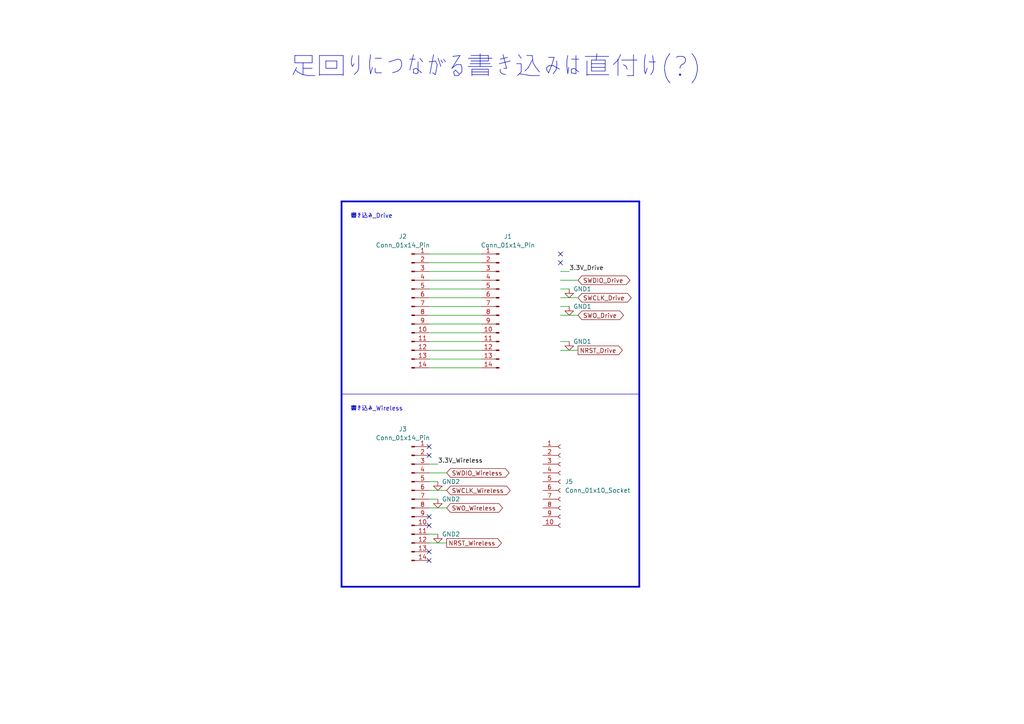
<source format=kicad_sch>
(kicad_sch (version 20230121) (generator eeschema)
  (paper "A4")
  (lib_symbols
    (symbol "Connector:Conn_01x10_Socket" (pin_names (offset 1.016) hide)
      (property "Reference" "J" (at 0 12.7 0))
      (property "Value" "Conn_01x10_Socket" (at 0 -15.24 0))
      (symbol "Conn_01x10_Socket_1_1"
        (arc (start 0 -12.192) (mid -0.5058 -12.7) (end 0 -13.208) (stroke (width 0.1524)))
        (arc (start 0 -9.652) (mid -0.5058 -10.16) (end 0 -10.668) (stroke (width 0.1524)))
        (arc (start 0 -7.112) (mid -0.5058 -7.62) (end 0 -8.128) (stroke (width 0.1524)))
        (arc (start 0 -4.572) (mid -0.5058 -5.08) (end 0 -5.588) (stroke (width 0.1524)))
        (arc (start 0 -2.032) (mid -0.5058 -2.54) (end 0 -3.048) (stroke (width 0.1524)))
        (polyline (pts (xy -1.27 -12.7) (xy -0.508 -12.7)) (stroke (width 0.1524)))
        (polyline (pts (xy -1.27 -10.16) (xy -0.508 -10.16)) (stroke (width 0.1524)))
        (polyline (pts (xy -1.27 -7.62) (xy -0.508 -7.62)) (stroke (width 0.1524)))
        (polyline (pts (xy -1.27 -5.08) (xy -0.508 -5.08)) (stroke (width 0.1524)))
        (polyline (pts (xy -1.27 -2.54) (xy -0.508 -2.54)) (stroke (width 0.1524)))
        (polyline (pts (xy -1.27 0) (xy -0.508 0)) (stroke (width 0.1524)))
        (polyline (pts (xy -1.27 2.54) (xy -0.508 2.54)) (stroke (width 0.1524)))
        (polyline (pts (xy -1.27 5.08) (xy -0.508 5.08)) (stroke (width 0.1524)))
        (polyline (pts (xy -1.27 7.62) (xy -0.508 7.62)) (stroke (width 0.1524)))
        (polyline (pts (xy -1.27 10.16) (xy -0.508 10.16)) (stroke (width 0.1524)))
        (arc (start 0 0.508) (mid -0.5058 0) (end 0 -0.508) (stroke (width 0.1524)))
        (arc (start 0 3.048) (mid -0.5058 2.54) (end 0 2.032) (stroke (width 0.1524)))
        (arc (start 0 5.588) (mid -0.5058 5.08) (end 0 4.572) (stroke (width 0.1524)))
        (arc (start 0 8.128) (mid -0.5058 7.62) (end 0 7.112) (stroke (width 0.1524)))
        (arc (start 0 10.668) (mid -0.5058 10.16) (end 0 9.652) (stroke (width 0.1524)))
        (pin passive line (at -5.08 10.16 0) (length 3.81) (name "Pin_1") (number "1"))
        (pin passive line (at -5.08 -12.7 0) (length 3.81) (name "Pin_10") (number "10"))
        (pin passive line (at -5.08 7.62 0) (length 3.81) (name "Pin_2") (number "2"))
        (pin passive line (at -5.08 5.08 0) (length 3.81) (name "Pin_3") (number "3"))
        (pin passive line (at -5.08 2.54 0) (length 3.81) (name "Pin_4") (number "4"))
        (pin passive line (at -5.08 0 0) (length 3.81) (name "Pin_5") (number "5"))
        (pin passive line (at -5.08 -2.54 0) (length 3.81) (name "Pin_6") (number "6"))
        (pin passive line (at -5.08 -5.08 0) (length 3.81) (name "Pin_7") (number "7"))
        (pin passive line (at -5.08 -7.62 0) (length 3.81) (name "Pin_8") (number "8"))
        (pin passive line (at -5.08 -10.16 0) (length 3.81) (name "Pin_9") (number "9"))
      )
    )
    (symbol "Connector:Conn_01x14_Pin" (pin_names (offset 1.016) hide)
      (property "Reference" "J" (at 0 17.78 0))
      (property "Value" "Conn_01x14_Pin" (at 0 -20.32 0))
      (symbol "Conn_01x14_Pin_1_1"
        (polyline (pts (xy 1.27 -17.78) (xy 0.8636 -17.78)) (stroke (width 0.1524)))
        (polyline (pts (xy 1.27 -15.24) (xy 0.8636 -15.24)) (stroke (width 0.1524)))
        (polyline (pts (xy 1.27 -12.7) (xy 0.8636 -12.7)) (stroke (width 0.1524)))
        (polyline (pts (xy 1.27 -10.16) (xy 0.8636 -10.16)) (stroke (width 0.1524)))
        (polyline (pts (xy 1.27 -7.62) (xy 0.8636 -7.62)) (stroke (width 0.1524)))
        (polyline (pts (xy 1.27 -5.08) (xy 0.8636 -5.08)) (stroke (width 0.1524)))
        (polyline (pts (xy 1.27 -2.54) (xy 0.8636 -2.54)) (stroke (width 0.1524)))
        (polyline (pts (xy 1.27 0) (xy 0.8636 0)) (stroke (width 0.1524)))
        (polyline (pts (xy 1.27 2.54) (xy 0.8636 2.54)) (stroke (width 0.1524)))
        (polyline (pts (xy 1.27 5.08) (xy 0.8636 5.08)) (stroke (width 0.1524)))
        (polyline (pts (xy 1.27 7.62) (xy 0.8636 7.62)) (stroke (width 0.1524)))
        (polyline (pts (xy 1.27 10.16) (xy 0.8636 10.16)) (stroke (width 0.1524)))
        (polyline (pts (xy 1.27 12.7) (xy 0.8636 12.7)) (stroke (width 0.1524)))
        (polyline (pts (xy 1.27 15.24) (xy 0.8636 15.24)) (stroke (width 0.1524)))
        (rectangle (start 0.8636 -17.653) (end 0 -17.907) (stroke (width 0.1524)) (fill (type outline)))
        (rectangle (start 0.8636 -15.113) (end 0 -15.367) (stroke (width 0.1524)) (fill (type outline)))
        (rectangle (start 0.8636 -12.573) (end 0 -12.827) (stroke (width 0.1524)) (fill (type outline)))
        (rectangle (start 0.8636 -10.033) (end 0 -10.287) (stroke (width 0.1524)) (fill (type outline)))
        (rectangle (start 0.8636 -7.493) (end 0 -7.747) (stroke (width 0.1524)) (fill (type outline)))
        (rectangle (start 0.8636 -4.953) (end 0 -5.207) (stroke (width 0.1524)) (fill (type outline)))
        (rectangle (start 0.8636 -2.413) (end 0 -2.667) (stroke (width 0.1524)) (fill (type outline)))
        (rectangle (start 0.8636 0.127) (end 0 -0.127) (stroke (width 0.1524)) (fill (type outline)))
        (rectangle (start 0.8636 2.667) (end 0 2.413) (stroke (width 0.1524)) (fill (type outline)))
        (rectangle (start 0.8636 5.207) (end 0 4.953) (stroke (width 0.1524)) (fill (type outline)))
        (rectangle (start 0.8636 7.747) (end 0 7.493) (stroke (width 0.1524)) (fill (type outline)))
        (rectangle (start 0.8636 10.287) (end 0 10.033) (stroke (width 0.1524)) (fill (type outline)))
        (rectangle (start 0.8636 12.827) (end 0 12.573) (stroke (width 0.1524)) (fill (type outline)))
        (rectangle (start 0.8636 15.367) (end 0 15.113) (stroke (width 0.1524)) (fill (type outline)))
        (pin passive line (at 5.08 15.24 180) (length 3.81) (name "Pin_1") (number "1"))
        (pin passive line (at 5.08 -7.62 180) (length 3.81) (name "Pin_10") (number "10"))
        (pin passive line (at 5.08 -10.16 180) (length 3.81) (name "Pin_11") (number "11"))
        (pin passive line (at 5.08 -12.7 180) (length 3.81) (name "Pin_12") (number "12"))
        (pin passive line (at 5.08 -15.24 180) (length 3.81) (name "Pin_13") (number "13"))
        (pin passive line (at 5.08 -17.78 180) (length 3.81) (name "Pin_14") (number "14"))
        (pin passive line (at 5.08 12.7 180) (length 3.81) (name "Pin_2") (number "2"))
        (pin passive line (at 5.08 10.16 180) (length 3.81) (name "Pin_3") (number "3"))
        (pin passive line (at 5.08 7.62 180) (length 3.81) (name "Pin_4") (number "4"))
        (pin passive line (at 5.08 5.08 180) (length 3.81) (name "Pin_5") (number "5"))
        (pin passive line (at 5.08 2.54 180) (length 3.81) (name "Pin_6") (number "6"))
        (pin passive line (at 5.08 0 180) (length 3.81) (name "Pin_7") (number "7"))
        (pin passive line (at 5.08 -2.54 180) (length 3.81) (name "Pin_8") (number "8"))
        (pin passive line (at 5.08 -5.08 180) (length 3.81) (name "Pin_9") (number "9"))
      )
    )
    (symbol "power:GND1" (power) (pin_names (offset 0))
      (property "Value" "GND1" (at 0 -3.81 0))
      (symbol "GND1_0_1"
        (polyline (pts (xy 0 0) (xy 0 -1.27) (xy 1.27 -1.27) (xy 0 -2.54) (xy -1.27 -1.27) (xy 0 -1.27)))
      )
      (symbol "GND1_1_1"
        (pin power_in line (at 0 0 270) (length 0) hide (name "GND1") (number "1"))
      )
    )
    (symbol "power:GND2" (power) (pin_names (offset 0))
      (property "Value" "GND2" (at 0 -3.81 0))
      (symbol "GND2_0_1"
        (polyline (pts (xy 0 0) (xy 0 -1.27) (xy 1.27 -1.27) (xy 0 -2.54) (xy -1.27 -1.27) (xy 0 -1.27)))
      )
      (symbol "GND2_1_1"
        (pin power_in line (at 0 0 270) (length 0) hide (name "GND2") (number "1"))
      )
    )
  )
  (no_connect (at 124.46 152.4))
  (no_connect (at 124.46 160.02))
  (no_connect (at 124.46 162.56))
  (no_connect (at 162.56 73.66))
  (no_connect (at 124.46 129.54))
  (no_connect (at 124.46 149.86))
  (no_connect (at 162.56 76.2))
  (no_connect (at 124.46 132.08))
  (polyline (pts (xy 99.06 58.42) (xy 185.42 58.42)) (stroke (width 0.5) (type solid)))
  (wire (pts (xy 124.46 99.06) (xy 139.7 99.06)))
  (wire (pts (xy 124.46 139.7) (xy 127 139.7)))
  (wire (pts (xy 162.56 83.82) (xy 165.1 83.82)))
  (wire (pts (xy 124.46 88.9) (xy 139.7 88.9)))
  (wire (pts (xy 124.46 104.14) (xy 139.7 104.14)))
  (polyline (pts (xy 99.06 170.18) (xy 185.42 170.18)) (stroke (width 0.5) (type solid)))
  (wire (pts (xy 124.46 137.16) (xy 129.54 137.16)))
  (wire (pts (xy 124.46 101.6) (xy 139.7 101.6)))
  (wire (pts (xy 162.56 99.06) (xy 165.1 99.06)))
  (wire (pts (xy 127 134.62) (xy 124.46 134.62)))
  (wire (pts (xy 162.56 91.44) (xy 167.64 91.44)))
  (wire (pts (xy 162.56 86.36) (xy 167.64 86.36)))
  (wire (pts (xy 124.46 93.98) (xy 139.7 93.98)))
  (wire (pts (xy 124.46 142.24) (xy 129.54 142.24)))
  (wire (pts (xy 124.46 157.48) (xy 129.54 157.48)))
  (wire (pts (xy 124.46 91.44) (xy 139.7 91.44)))
  (wire (pts (xy 162.56 101.6) (xy 167.64 101.6)))
  (wire (pts (xy 165.1 78.74) (xy 162.56 78.74)))
  (wire (pts (xy 124.46 154.94) (xy 127 154.94)))
  (wire (pts (xy 124.46 78.74) (xy 139.7 78.74)))
  (wire (pts (xy 124.46 96.52) (xy 139.7 96.52)))
  (wire (pts (xy 124.46 76.2) (xy 139.7 76.2)))
  (wire (pts (xy 124.46 86.36) (xy 139.7 86.36)))
  (polyline (pts (xy 185.42 58.42) (xy 185.42 170.18)) (stroke (width 0.5) (type solid)))
  (wire (pts (xy 124.46 106.68) (xy 139.7 106.68)))
  (wire (pts (xy 162.56 81.28) (xy 167.64 81.28)))
  (wire (pts (xy 124.46 83.82) (xy 139.7 83.82)))
  (wire (pts (xy 162.56 88.9) (xy 165.1 88.9)))
  (wire (pts (xy 124.46 73.66) (xy 139.7 73.66)))
  (wire (pts (xy 124.46 144.78) (xy 127 144.78)))
  (wire (pts (xy 124.46 147.32) (xy 129.54 147.32)))
  (polyline (pts (xy 99.06 58.42) (xy 99.06 170.18)) (stroke (width 0.5) (type solid)))
  (wire (pts (xy 124.46 81.28) (xy 139.7 81.28)))
  (rectangle (start 99.06 114.3) (end 185.42 114.3))
  (text "書き込み_Drive" (at 101.6 63.5 0) (effects (font (size 1.27 1.27)) (justify left bottom)))
  (text "足回りにつながる書き込みは直付け(?)" (at 83.82 22.86 0) (effects (font (size 5.56 5.56)) (justify left bottom)))
  (text "書き込み_Wireless" (at 101.6 119.38 0) (effects (font (size 1.27 1.27)) (justify left bottom)))
  (label "3.3V_Drive" (at 165.1 78.74 0))
  (label "3.3V_Wireless" (at 127 134.62 0))
  (global_label "SWDIO_Wireless" (shape bidirectional) (at 129.54 137.16 0) (property "Intersheetrefs" "${INTERSHEET_REFS}" (effects hide)))
  (global_label "SWCLK_Drive" (shape bidirectional) (at 167.64 86.36 0) (property "Intersheetrefs" "${INTERSHEET_REFS}" (effects hide)))
  (global_label "SWO_Drive" (shape bidirectional) (at 167.64 91.44 0) (property "Intersheetrefs" "${INTERSHEET_REFS}" (effects hide)))
  (global_label "NRST_Drive" (shape output) (at 167.64 101.6 0) (property "Intersheetrefs" "${INTERSHEET_REFS}" (effects hide)))
  (global_label "SWO_Wireless" (shape bidirectional) (at 129.54 147.32 0) (property "Intersheetrefs" "${INTERSHEET_REFS}" (effects hide)))
  (global_label "SWCLK_Wireless" (shape bidirectional) (at 129.54 142.24 0) (property "Intersheetrefs" "${INTERSHEET_REFS}" (effects hide)))
  (global_label "NRST_Wireless" (shape output) (at 129.54 157.48 0) (property "Intersheetrefs" "${INTERSHEET_REFS}" (effects hide)))
  (global_label "SWDIO_Drive" (shape bidirectional) (at 167.64 81.28 0) (property "Intersheetrefs" "${INTERSHEET_REFS}" (effects hide)))
  (symbol (lib_id "power:GND1") (at 165.1 83.82 0) (unit 1)
    (property "Reference" "#PWR01" (effects hide))
    (property "Value" "GND1" (at 168.91 83.82 0))
  )
  (symbol (lib_id "Connector:Conn_01x14_Pin") (at 144.78 88.9 0) (mirror y) (unit 1)
    (property "Reference" "J1" (at 147.32 68.58 0))
    (property "Value" "Conn_01x14_Pin" (at 147.32 71.12 0))
    (property "Footprint" "MyLibrary:BoxHeader_2x07_P1.27mm_Horizontal" (effects hide))
  )
  (symbol (lib_id "power:GND2") (at 127 139.7 0) (unit 1)
    (property "Reference" "#PWR08" (effects hide))
    (property "Value" "GND2" (at 130.81 139.7 0))
  )
  (symbol (lib_id "power:GND2") (at 127 144.78 0) (unit 1)
    (property "Reference" "#PWR04" (effects hide))
    (property "Value" "GND2" (at 130.81 144.78 0))
  )
  (symbol (lib_id "power:GND1") (at 165.1 99.06 0) (unit 1)
    (property "Reference" "#PWR03" (effects hide))
    (property "Value" "GND1" (at 168.91 99.06 0))
  )
  (symbol (lib_id "Connector:Conn_01x14_Pin") (at 119.38 144.78 0) (unit 1)
    (property "Reference" "J3" (at 116.84 124.46 0))
    (property "Value" "Conn_01x14_Pin" (at 116.84 127 0))
    (property "Footprint" "MyLibrary:BoxHeader_2x07_P1.27mm_Horizontal" (effects hide))
  )
  (symbol (lib_id "Connector:Conn_01x10_Socket") (at 162.56 139.7 0) (unit 1)
    (property "Reference" "J5" (at 163.83 139.7 0) (effects (justify left)))
    (property "Value" "Conn_01x10_Socket" (at 163.83 142.24 0) (effects (justify left)))
    (property "Footprint" "Connector_PinSocket_1.27mm:PinSocket_1x10_P1.27mm_Vertical" (effects hide))
  )
  (symbol (lib_id "Connector:Conn_01x14_Pin") (at 119.38 88.9 0) (unit 1)
    (property "Reference" "J2" (at 116.84 68.58 0))
    (property "Value" "Conn_01x14_Pin" (at 116.84 71.12 0))
    (property "Footprint" "MyLibrary:BoxHeader_2x07_P1.27mm_Horizontal" (effects hide))
  )
  (symbol (lib_id "power:GND2") (at 127 154.94 0) (unit 1)
    (property "Reference" "#PWR05" (effects hide))
    (property "Value" "GND2" (at 130.81 154.94 0))
  )
  (symbol (lib_id "power:GND1") (at 165.1 88.9 0) (unit 1)
    (property "Reference" "#PWR02" (effects hide))
    (property "Value" "GND1" (at 168.91 88.9 0))
  )
)
</source>
